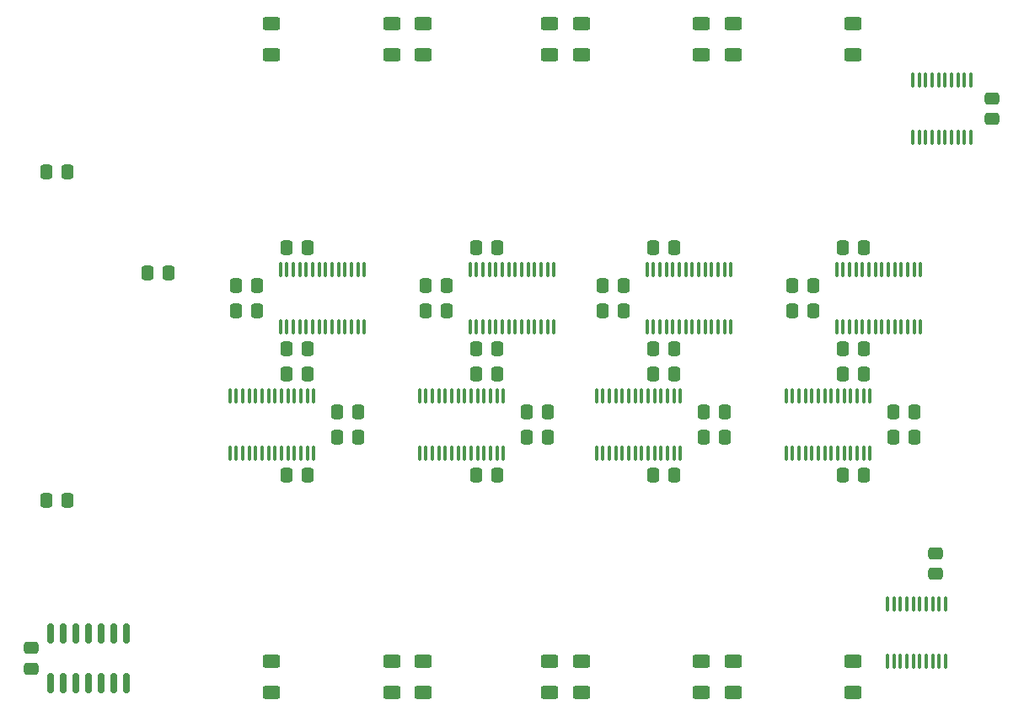
<source format=gbp>
G04 #@! TF.GenerationSoftware,KiCad,Pcbnew,8.0.4*
G04 #@! TF.CreationDate,2025-01-12T21:12:32-06:00*
G04 #@! TF.ProjectId,OctoCom,4f63746f-436f-46d2-9e6b-696361645f70,rev?*
G04 #@! TF.SameCoordinates,Original*
G04 #@! TF.FileFunction,Paste,Bot*
G04 #@! TF.FilePolarity,Positive*
%FSLAX46Y46*%
G04 Gerber Fmt 4.6, Leading zero omitted, Abs format (unit mm)*
G04 Created by KiCad (PCBNEW 8.0.4) date 2025-01-12 21:12:32*
%MOMM*%
%LPD*%
G01*
G04 APERTURE LIST*
G04 Aperture macros list*
%AMRoundRect*
0 Rectangle with rounded corners*
0 $1 Rounding radius*
0 $2 $3 $4 $5 $6 $7 $8 $9 X,Y pos of 4 corners*
0 Add a 4 corners polygon primitive as box body*
4,1,4,$2,$3,$4,$5,$6,$7,$8,$9,$2,$3,0*
0 Add four circle primitives for the rounded corners*
1,1,$1+$1,$2,$3*
1,1,$1+$1,$4,$5*
1,1,$1+$1,$6,$7*
1,1,$1+$1,$8,$9*
0 Add four rect primitives between the rounded corners*
20,1,$1+$1,$2,$3,$4,$5,0*
20,1,$1+$1,$4,$5,$6,$7,0*
20,1,$1+$1,$6,$7,$8,$9,0*
20,1,$1+$1,$8,$9,$2,$3,0*%
G04 Aperture macros list end*
%ADD10RoundRect,0.250000X0.475000X-0.337500X0.475000X0.337500X-0.475000X0.337500X-0.475000X-0.337500X0*%
%ADD11RoundRect,0.250000X-0.475000X0.337500X-0.475000X-0.337500X0.475000X-0.337500X0.475000X0.337500X0*%
%ADD12RoundRect,0.100000X0.100000X-0.637500X0.100000X0.637500X-0.100000X0.637500X-0.100000X-0.637500X0*%
%ADD13RoundRect,0.250000X0.625000X-0.400000X0.625000X0.400000X-0.625000X0.400000X-0.625000X-0.400000X0*%
%ADD14RoundRect,0.250000X-0.625000X0.400000X-0.625000X-0.400000X0.625000X-0.400000X0.625000X0.400000X0*%
%ADD15RoundRect,0.100000X-0.100000X0.637500X-0.100000X-0.637500X0.100000X-0.637500X0.100000X0.637500X0*%
%ADD16RoundRect,0.250000X0.337500X0.475000X-0.337500X0.475000X-0.337500X-0.475000X0.337500X-0.475000X0*%
%ADD17RoundRect,0.250000X-0.337500X-0.475000X0.337500X-0.475000X0.337500X0.475000X-0.337500X0.475000X0*%
%ADD18RoundRect,0.150000X-0.150000X0.825000X-0.150000X-0.825000X0.150000X-0.825000X0.150000X0.825000X0*%
G04 APERTURE END LIST*
D10*
X170815000Y-103907500D03*
X170815000Y-101832500D03*
D11*
X176530000Y-56112500D03*
X176530000Y-58187500D03*
D12*
X171835000Y-112717500D03*
X171185000Y-112717500D03*
X170535000Y-112717500D03*
X169885000Y-112717500D03*
X169235000Y-112717500D03*
X168585000Y-112717500D03*
X167935000Y-112717500D03*
X167285000Y-112717500D03*
X166635000Y-112717500D03*
X165985000Y-112717500D03*
X165985000Y-106992500D03*
X166635000Y-106992500D03*
X167285000Y-106992500D03*
X167935000Y-106992500D03*
X168585000Y-106992500D03*
X169235000Y-106992500D03*
X169885000Y-106992500D03*
X170535000Y-106992500D03*
X171185000Y-106992500D03*
X171835000Y-106992500D03*
X174375000Y-54287500D03*
X173725000Y-54287500D03*
X173075000Y-54287500D03*
X172425000Y-54287500D03*
X171775000Y-54287500D03*
X171125000Y-54287500D03*
X170475000Y-54287500D03*
X169825000Y-54287500D03*
X169175000Y-54287500D03*
X168525000Y-54287500D03*
X168525000Y-60012500D03*
X169175000Y-60012500D03*
X169825000Y-60012500D03*
X170475000Y-60012500D03*
X171125000Y-60012500D03*
X171775000Y-60012500D03*
X172425000Y-60012500D03*
X173075000Y-60012500D03*
X173725000Y-60012500D03*
X174375000Y-60012500D03*
D13*
X150495000Y-115850001D03*
X150495000Y-112749999D03*
X162560000Y-115850001D03*
X162560000Y-112749999D03*
X135255000Y-115850001D03*
X135255000Y-112749999D03*
X147320000Y-115850001D03*
X147320000Y-112749999D03*
D14*
X162560000Y-48614999D03*
X162560000Y-51715001D03*
X150495000Y-48614999D03*
X150495000Y-51715001D03*
X147320000Y-48614999D03*
X147320000Y-51715001D03*
X135255000Y-48614999D03*
X135255000Y-51715001D03*
D13*
X119380000Y-115850001D03*
X119380000Y-112749999D03*
X132080000Y-115850001D03*
X132080000Y-112749999D03*
X104140000Y-115850001D03*
X104140000Y-112749999D03*
X116205000Y-115850001D03*
X116205000Y-112749999D03*
D14*
X132080000Y-48615000D03*
X132080000Y-51715000D03*
X119380000Y-48615000D03*
X119380000Y-51715000D03*
X116205000Y-48615000D03*
X116205000Y-51715000D03*
X104140000Y-48615000D03*
X104140000Y-51715000D03*
D15*
X104995000Y-73337500D03*
X105645000Y-73337500D03*
X106295000Y-73337500D03*
X106945000Y-73337500D03*
X107595000Y-73337500D03*
X108245000Y-73337500D03*
X108895000Y-73337500D03*
X109545000Y-73337500D03*
X110195000Y-73337500D03*
X110845000Y-73337500D03*
X111495000Y-73337500D03*
X112145000Y-73337500D03*
X112795000Y-73337500D03*
X113445000Y-73337500D03*
X113445000Y-79062500D03*
X112795000Y-79062500D03*
X112145000Y-79062500D03*
X111495000Y-79062500D03*
X110845000Y-79062500D03*
X110195000Y-79062500D03*
X109545000Y-79062500D03*
X108895000Y-79062500D03*
X108245000Y-79062500D03*
X107595000Y-79062500D03*
X106945000Y-79062500D03*
X106295000Y-79062500D03*
X105645000Y-79062500D03*
X104995000Y-79062500D03*
D16*
X121687500Y-74930000D03*
X119612500Y-74930000D03*
X107717500Y-83820000D03*
X105642500Y-83820000D03*
D17*
X110722500Y-90170000D03*
X112797500Y-90170000D03*
D16*
X139467500Y-77469999D03*
X137392500Y-77469999D03*
X163597500Y-83820000D03*
X161522500Y-83820000D03*
X158517500Y-74930000D03*
X156442500Y-74930000D03*
D17*
X147552500Y-87630000D03*
X149627500Y-87630000D03*
D16*
X121687500Y-77470000D03*
X119612500Y-77470000D03*
D17*
X129772500Y-87630000D03*
X131847500Y-87630000D03*
D12*
X108365000Y-91762500D03*
X107715000Y-91762500D03*
X107065000Y-91762500D03*
X106415000Y-91762500D03*
X105765000Y-91762500D03*
X105115000Y-91762500D03*
X104465000Y-91762500D03*
X103815000Y-91762500D03*
X103165000Y-91762500D03*
X102515000Y-91762500D03*
X101865000Y-91762500D03*
X101215000Y-91762500D03*
X100565000Y-91762500D03*
X99915000Y-91762500D03*
X99915000Y-86037500D03*
X100565000Y-86037500D03*
X101215000Y-86037500D03*
X101865000Y-86037500D03*
X102515000Y-86037500D03*
X103165000Y-86037500D03*
X103815000Y-86037500D03*
X104465000Y-86037500D03*
X105115000Y-86037500D03*
X105765000Y-86037500D03*
X106415000Y-86037500D03*
X107065000Y-86037500D03*
X107715000Y-86037500D03*
X108365000Y-86037500D03*
D17*
X161522500Y-81280000D03*
X163597500Y-81280000D03*
X129772500Y-90170000D03*
X131847500Y-90170000D03*
D16*
X139467500Y-74929999D03*
X137392500Y-74929999D03*
X126767500Y-83820000D03*
X124692500Y-83820000D03*
D10*
X80010000Y-113432500D03*
X80010000Y-111357500D03*
D18*
X81915000Y-109920000D03*
X83185000Y-109920000D03*
X84455000Y-109920000D03*
X85725000Y-109920000D03*
X86995000Y-109920000D03*
X88265000Y-109920000D03*
X89535000Y-109920000D03*
X89535000Y-114870000D03*
X88265000Y-114870000D03*
X86995000Y-114870000D03*
X85725000Y-114870000D03*
X84455000Y-114870000D03*
X83185000Y-114870000D03*
X81915000Y-114870000D03*
D16*
X158517500Y-77470000D03*
X156442500Y-77470000D03*
D12*
X127415000Y-91762500D03*
X126765000Y-91762500D03*
X126115000Y-91762500D03*
X125465000Y-91762500D03*
X124815000Y-91762500D03*
X124165000Y-91762500D03*
X123515000Y-91762500D03*
X122865000Y-91762500D03*
X122215000Y-91762500D03*
X121565000Y-91762500D03*
X120915000Y-91762500D03*
X120265000Y-91762500D03*
X119615000Y-91762500D03*
X118965000Y-91762500D03*
X118965000Y-86037500D03*
X119615000Y-86037500D03*
X120265000Y-86037500D03*
X120915000Y-86037500D03*
X121565000Y-86037500D03*
X122215000Y-86037500D03*
X122865000Y-86037500D03*
X123515000Y-86037500D03*
X124165000Y-86037500D03*
X124815000Y-86037500D03*
X125465000Y-86037500D03*
X126115000Y-86037500D03*
X126765000Y-86037500D03*
X127415000Y-86037500D03*
D16*
X102637500Y-77470000D03*
X100562500Y-77470000D03*
D17*
X124692500Y-71120000D03*
X126767500Y-71120000D03*
D16*
X83587500Y-63500000D03*
X81512500Y-63500000D03*
D17*
X147552500Y-90170000D03*
X149627500Y-90170000D03*
D15*
X160875000Y-73337500D03*
X161525000Y-73337500D03*
X162175000Y-73337500D03*
X162825000Y-73337500D03*
X163475000Y-73337500D03*
X164125000Y-73337500D03*
X164775000Y-73337500D03*
X165425000Y-73337500D03*
X166075000Y-73337500D03*
X166725000Y-73337500D03*
X167375000Y-73337500D03*
X168025000Y-73337500D03*
X168675000Y-73337500D03*
X169325000Y-73337500D03*
X169325000Y-79062500D03*
X168675000Y-79062500D03*
X168025000Y-79062500D03*
X167375000Y-79062500D03*
X166725000Y-79062500D03*
X166075000Y-79062500D03*
X165425000Y-79062500D03*
X164775000Y-79062500D03*
X164125000Y-79062500D03*
X163475000Y-79062500D03*
X162825000Y-79062500D03*
X162175000Y-79062500D03*
X161525000Y-79062500D03*
X160875000Y-79062500D03*
D16*
X107717500Y-93980000D03*
X105642500Y-93980000D03*
X144547500Y-83820000D03*
X142472500Y-83820000D03*
D17*
X142472500Y-71119999D03*
X144547500Y-71119999D03*
X105642500Y-81280000D03*
X107717500Y-81280000D03*
D15*
X141825000Y-73337500D03*
X142475000Y-73337500D03*
X143125000Y-73337500D03*
X143775000Y-73337500D03*
X144425000Y-73337500D03*
X145075000Y-73337500D03*
X145725000Y-73337500D03*
X146375000Y-73337500D03*
X147025000Y-73337500D03*
X147675000Y-73337500D03*
X148325000Y-73337500D03*
X148975000Y-73337500D03*
X149625000Y-73337500D03*
X150275000Y-73337500D03*
X150275000Y-79062500D03*
X149625000Y-79062500D03*
X148975000Y-79062500D03*
X148325000Y-79062500D03*
X147675000Y-79062500D03*
X147025000Y-79062500D03*
X146375000Y-79062500D03*
X145725000Y-79062500D03*
X145075000Y-79062500D03*
X144425000Y-79062500D03*
X143775000Y-79062500D03*
X143125000Y-79062500D03*
X142475000Y-79062500D03*
X141825000Y-79062500D03*
X124045000Y-73337500D03*
X124695000Y-73337500D03*
X125345000Y-73337500D03*
X125995000Y-73337500D03*
X126645000Y-73337500D03*
X127295000Y-73337500D03*
X127945000Y-73337500D03*
X128595000Y-73337500D03*
X129245000Y-73337500D03*
X129895000Y-73337500D03*
X130545000Y-73337500D03*
X131195000Y-73337500D03*
X131845000Y-73337500D03*
X132495000Y-73337500D03*
X132495000Y-79062500D03*
X131845000Y-79062500D03*
X131195000Y-79062500D03*
X130545000Y-79062500D03*
X129895000Y-79062500D03*
X129245000Y-79062500D03*
X128595000Y-79062500D03*
X127945000Y-79062500D03*
X127295000Y-79062500D03*
X126645000Y-79062500D03*
X125995000Y-79062500D03*
X125345000Y-79062500D03*
X124695000Y-79062500D03*
X124045000Y-79062500D03*
D16*
X83587500Y-96520000D03*
X81512500Y-96520000D03*
X102637500Y-74930000D03*
X100562500Y-74930000D03*
X126767500Y-93980000D03*
X124692500Y-93980000D03*
X163597500Y-93980000D03*
X161522500Y-93980000D03*
D17*
X161522500Y-71120000D03*
X163597500Y-71120000D03*
X166602500Y-87630000D03*
X168677500Y-87630000D03*
D16*
X93747500Y-73660000D03*
X91672500Y-73660000D03*
D12*
X145195000Y-91762500D03*
X144545000Y-91762500D03*
X143895000Y-91762500D03*
X143245000Y-91762500D03*
X142595000Y-91762500D03*
X141945000Y-91762500D03*
X141295000Y-91762500D03*
X140645000Y-91762500D03*
X139995000Y-91762500D03*
X139345000Y-91762500D03*
X138695000Y-91762500D03*
X138045000Y-91762500D03*
X137395000Y-91762500D03*
X136745000Y-91762500D03*
X136745000Y-86037500D03*
X137395000Y-86037500D03*
X138045000Y-86037500D03*
X138695000Y-86037500D03*
X139345000Y-86037500D03*
X139995000Y-86037500D03*
X140645000Y-86037500D03*
X141295000Y-86037500D03*
X141945000Y-86037500D03*
X142595000Y-86037500D03*
X143245000Y-86037500D03*
X143895000Y-86037500D03*
X144545000Y-86037500D03*
X145195000Y-86037500D03*
D17*
X166602500Y-90170000D03*
X168677500Y-90170000D03*
X105642500Y-71120000D03*
X107717500Y-71120000D03*
D16*
X144547500Y-93980000D03*
X142472500Y-93980000D03*
D12*
X164245000Y-91762500D03*
X163595000Y-91762500D03*
X162945000Y-91762500D03*
X162295000Y-91762500D03*
X161645000Y-91762500D03*
X160995000Y-91762500D03*
X160345000Y-91762500D03*
X159695000Y-91762500D03*
X159045000Y-91762500D03*
X158395000Y-91762500D03*
X157745000Y-91762500D03*
X157095000Y-91762500D03*
X156445000Y-91762500D03*
X155795000Y-91762500D03*
X155795000Y-86037500D03*
X156445000Y-86037500D03*
X157095000Y-86037500D03*
X157745000Y-86037500D03*
X158395000Y-86037500D03*
X159045000Y-86037500D03*
X159695000Y-86037500D03*
X160345000Y-86037500D03*
X160995000Y-86037500D03*
X161645000Y-86037500D03*
X162295000Y-86037500D03*
X162945000Y-86037500D03*
X163595000Y-86037500D03*
X164245000Y-86037500D03*
D17*
X110722500Y-87630000D03*
X112797500Y-87630000D03*
X142472500Y-81279999D03*
X144547500Y-81279999D03*
X124692500Y-81280000D03*
X126767500Y-81280000D03*
M02*

</source>
